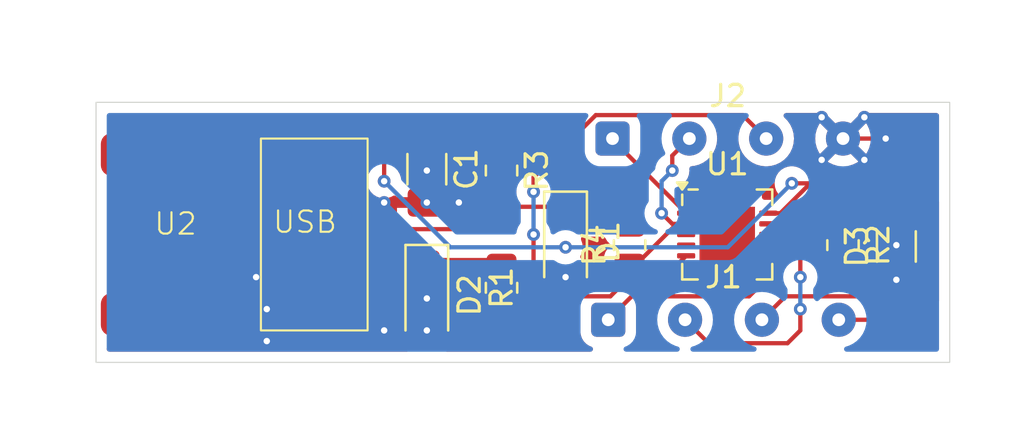
<source format=kicad_pcb>
(kicad_pcb (version 20240108) (generator "pcbnew") (generator_version "8.0")
  (layers (0 "F.Cu" signal) (31 "B.Cu" signal) (34 "B.Paste" user) (35 "F.Paste" user) (36 "B.SilkS" user "B.Silkscreen") (37 "F.SilkS" user "F.Silkscreen") (38 "B.Mask" user) (39 "F.Mask" user) (44 "Edge.Cuts" user))
  (net 0 "")
  (net 1 "GND")
  (net 2 "+5V")
  (net 3 "Net-(D1-K)")
  (net 4 "Net-(D2-K)")
  (net 5 "Net-(J2-Pin_3)")
  (net 6 "Net-(D3-A)")
  (net 7 "Net-(J1-Pin_2)")
  (net 8 "Net-(J2-Pin_2)")
  (net 14 "Net-(J2-Pin_1)")
  (net 15 "Net-(J1-Pin_3)")
  (net 22 "Net-(J1-Pin_1)")
  (footprint "Capacitor_SMD:C_1206_3216Metric_Pad1.33x1.80mm_HandSolder" (layer "F.Cu") (at 147 96.4375 -90)
    (property "Reference" "C1" (at 0 -1.85 90) (layer "F.SilkS"))
    (property "Value" "100n")
    (fp_line (start -0.711252 0.91) (end 0.711252 0.91) (stroke (width 0.12)) (layer "F.SilkS"))
    (fp_line (start -0.711252 -0.91) (end 0.711252 -0.91) (stroke (width 0.12)) (layer "F.SilkS"))
    (pad "1" smd roundrect (at -1.5625 0 270) (size 1.325 1.8) (layers "F.Cu" "F.Paste" "F.Mask") (roundrect_rratio 0.188679) (net 2 "+5V"))
    (pad "2" smd roundrect (at 1.5625 0 270) (size 1.325 1.8) (layers "F.Cu" "F.Paste" "F.Mask") (roundrect_rratio 0.188679) (net 1 "GND"))
  )
  (footprint "Resistor_SMD:R_0805_2012Metric_Pad1.20x1.40mm_HandSolder" (layer "F.Cu") (at 156.5 100 90)
    (property "Reference" "R4" (at 0 -1.65 90) (layer "F.SilkS"))
    (property "Value" "68R")
    (fp_line (start -0.227064 -0.735) (end 0.227064 -0.735) (stroke (width 0.12)) (layer "F.SilkS"))
    (fp_line (start -0.227064 0.735) (end 0.227064 0.735) (stroke (width 0.12)) (layer "F.SilkS"))
    (pad "1" smd roundrect (at -1 0 90) (size 1.2 1.4) (layers "F.Cu" "F.Paste" "F.Mask") (roundrect_rratio 0.208333) (net 8 "Net-(J2-Pin_2)"))
    (pad "2" smd roundrect (at 1 0 90) (size 1.2 1.4) (layers "F.Cu" "F.Paste" "F.Mask") (roundrect_rratio 0.208333) (net 3 "Net-(D1-K)"))
  )
  (footprint "Package_DFN_QFN:QFN-20-1EP_4x4mm_P0.5mm_EP2.6x2.6mm" (layer "F.Cu") (at 161.075 99.5)
    (property "Reference" "U1" (at 0 -3.3 0) (layer "F.SilkS"))
    (property "Value" "ATtiny85-20M")
    (fp_line (start -2.11 -1.385) (end -2.11 -1.87) (stroke (width 0.12)) (layer "F.SilkS"))
    (fp_line (start -2.11 2.11) (end -2.11 1.385) (stroke (width 0.12)) (layer "F.SilkS"))
    (fp_line (start -1.385 -2.11) (end -1.81 -2.11) (stroke (width 0.12)) (layer "F.SilkS"))
    (fp_line (start -1.385 2.11) (end -2.11 2.11) (stroke (width 0.12)) (layer "F.SilkS"))
    (fp_line (start 1.385 -2.11) (end 2.11 -2.11) (stroke (width 0.12)) (layer "F.SilkS"))
    (fp_line (start 1.385 2.11) (end 2.11 2.11) (stroke (width 0.12)) (layer "F.SilkS"))
    (fp_line (start 2.11 -2.11) (end 2.11 -1.385) (stroke (width 0.12)) (layer "F.SilkS"))
    (fp_line (start 2.11 2.11) (end 2.11 1.385) (stroke (width 0.12)) (layer "F.SilkS"))
    (fp_poly (pts (xy -2.11 -2.11) (xy -2.35 -2.44) (xy -1.87 -2.44) (xy -2.11 -2.11)) (stroke (width 0.12)) (fill solid) (layer "F.SilkS"))
    (pad "1" smd roundrect (at -1.925 -1) (size 0.85 0.25) (layers "F.Cu" "F.Paste" "F.Mask") (net 14 "Net-(J2-Pin_1)"))
    (pad "2" smd roundrect (at -1.925 -0.5) (size 0.85 0.25) (layers "F.Cu" "F.Paste" "F.Mask") (net 8 "Net-(J2-Pin_2)"))
    (pad "3" smd roundrect (at -1.925 0) (size 0.85 0.25) (layers "F.Cu" "F.Paste" "F.Mask"))
    (pad "4" smd roundrect (at -1.925 0.5) (size 0.85 0.25) (layers "F.Cu" "F.Paste" "F.Mask"))
    (pad "5" smd roundrect (at -1.925 1) (size 0.85 0.25) (layers "F.Cu" "F.Paste" "F.Mask") (net 5 "Net-(J2-Pin_3)"))
    (pad "6" smd roundrect (at -1 1.925) (size 0.25 0.85) (layers "F.Cu" "F.Paste" "F.Mask"))
    (pad "7" smd roundrect (at -0.5 1.925) (size 0.25 0.85) (layers "F.Cu" "F.Paste" "F.Mask"))
    (pad "8" smd roundrect (at 0 1.925) (size 0.25 0.85) (layers "F.Cu" "F.Paste" "F.Mask") (net 1 "GND"))
    (pad "9" smd roundrect (at 0.5 1.925) (size 0.25 0.85) (layers "F.Cu" "F.Paste" "F.Mask"))
    (pad "10" smd roundrect (at 1 1.925) (size 0.25 0.85) (layers "F.Cu" "F.Paste" "F.Mask"))
    (pad "11" smd roundrect (at 1.925 1) (size 0.85 0.25) (layers "F.Cu" "F.Paste" "F.Mask") (net 22 "Net-(J1-Pin_1)"))
    (pad "12" smd roundrect (at 1.925 0.5) (size 0.85 0.25) (layers "F.Cu" "F.Paste" "F.Mask") (net 7 "Net-(J1-Pin_2)"))
    (pad "13" smd roundrect (at 1.925 0) (size 0.85 0.25) (layers "F.Cu" "F.Paste" "F.Mask"))
    (pad "14" smd roundrect (at 1.925 -0.5) (size 0.85 0.25) (layers "F.Cu" "F.Paste" "F.Mask") (net 15 "Net-(J1-Pin_3)"))
    (pad "15" smd roundrect (at 1.925 -1) (size 0.85 0.25) (layers "F.Cu" "F.Paste" "F.Mask") (net 2 "+5V"))
    (pad "16" smd roundrect (at 1 -1.925) (size 0.25 0.85) (layers "F.Cu" "F.Paste" "F.Mask"))
    (pad "17" smd roundrect (at 0.5 -1.925) (size 0.25 0.85) (layers "F.Cu" "F.Paste" "F.Mask"))
    (pad "18" smd roundrect (at 0 -1.925) (size 0.25 0.85) (layers "F.Cu" "F.Paste" "F.Mask"))
    (pad "19" smd roundrect (at -0.5 -1.925) (size 0.25 0.85) (layers "F.Cu" "F.Paste" "F.Mask"))
    (pad "20" smd roundrect (at -1 -1.925) (size 0.25 0.85) (layers "F.Cu" "F.Paste" "F.Mask"))
    (pad "21" smd rect (at 0 0) (size 2.6 2.6) (property pad_prop_heatsink) (layers "F.Cu" "F.Mask") (net 1 "GND"))
  )
  (footprint "Resistor_SMD:R_0805_2012Metric_Pad1.20x1.40mm_HandSolder" (layer "F.Cu") (at 166.5 100 -90)
    (property "Reference" "R2" (at 0 -1.65 90) (layer "F.SilkS"))
    (property "Value" "330R")
    (fp_line (start -0.227064 0.735) (end 0.227064 0.735) (stroke (width 0.12)) (layer "F.SilkS"))
    (fp_line (start -0.227064 -0.735) (end 0.227064 -0.735) (stroke (width 0.12)) (layer "F.SilkS"))
    (pad "1" smd roundrect (at -1 0 270) (size 1.2 1.4) (layers "F.Cu" "F.Paste" "F.Mask") (roundrect_rratio 0.208333) (net 7 "Net-(J1-Pin_2)"))
    (pad "2" smd roundrect (at 1 0 270) (size 1.2 1.4) (layers "F.Cu" "F.Paste" "F.Mask") (roundrect_rratio 0.208333) (net 6 "Net-(D3-A)"))
  )
  (footprint "Connector_Wire:SolderWire-0.1sqmm_1x04_P3.6mm_D0.4mm_OD1mm" (layer "F.Cu") (at 155.7 95)
    (property "Reference" "J2" (at 5.4 -2 0) (layer "F.SilkS"))
    (property "Value" "Conn_01x04")
    (pad "1" thru_hole roundrect (at 0 0) (size 1.6 1.6) (drill 0.6) (layers "*.Cu" "*.Mask") (roundrect_rratio 0.15625) (net 14 "Net-(J2-Pin_1)"))
    (pad "2" thru_hole circle (at 3.6 0) (size 1.6 1.6) (drill 0.6) (layers "*.Cu" "*.Mask") (net 8 "Net-(J2-Pin_2)"))
    (pad "3" thru_hole circle (at 7.2 0) (size 1.6 1.6) (drill 0.6) (layers "*.Cu" "*.Mask") (net 5 "Net-(J2-Pin_3)"))
    (pad "4" thru_hole circle (at 10.8 0) (size 1.6 1.6) (drill 0.6) (layers "*.Cu" "*.Mask") (net 1 "GND"))
  )
  (footprint "Resistor_SMD:R_0805_2012Metric_Pad1.20x1.40mm_HandSolder" (layer "F.Cu") (at 150.5 102 90)
    (property "Reference" "R1" (at 0 0 90) (layer "F.SilkS"))
    (property "Value" "68R")
    (fp_line (start -0.227064 -0.735) (end 0.227064 -0.735) (stroke (width 0.12)) (layer "F.SilkS"))
    (fp_line (start -0.227064 0.735) (end 0.227064 0.735) (stroke (width 0.12)) (layer "F.SilkS"))
    (pad "1" smd roundrect (at -1 0 90) (size 1.2 1.4) (layers "F.Cu" "F.Paste" "F.Mask") (roundrect_rratio 0.208333) (net 5 "Net-(J2-Pin_3)"))
    (pad "2" smd roundrect (at 1 0 90) (size 1.2 1.4) (layers "F.Cu" "F.Paste" "F.Mask") (roundrect_rratio 0.208333) (net 4 "Net-(D2-K)"))
  )
  (footprint "Connector_Wire:SolderWire-0.1sqmm_1x04_P3.6mm_D0.4mm_OD1mm" (layer "F.Cu") (at 155.5 103.5)
    (property "Reference" "J1" (at 5.4 -2 360) (layer "F.SilkS"))
    (property "Value" "Conn_01x04")
    (pad "1" thru_hole roundrect (at 0 0) (size 1.6 1.6) (drill 0.6) (layers "*.Cu" "*.Mask") (roundrect_rratio 0.15625) (net 22 "Net-(J1-Pin_1)"))
    (pad "2" thru_hole circle (at 3.6 0) (size 1.6 1.6) (drill 0.6) (layers "*.Cu" "*.Mask") (net 7 "Net-(J1-Pin_2)"))
    (pad "3" thru_hole circle (at 7.2 0) (size 1.6 1.6) (drill 0.6) (layers "*.Cu" "*.Mask") (net 15 "Net-(J1-Pin_3)"))
    (pad "4" thru_hole circle (at 10.8 0) (size 1.6 1.6) (drill 0.6) (layers "*.Cu" "*.Mask") (net 2 "+5V"))
  )
  (footprint "custom_library:PCB_USB_connector" (layer "F.Cu") (at 135.225 99.5)
    (property "Reference" "U2" (at 0 -0.5 0) (layer "F.SilkS") (effects (font (thickness 0.1))))
    (property "Value" "~")
    (fp_rect (start 4 -4.5) (end 9 4.5) (stroke (width 0.1)) (fill none) (layer "F.SilkS"))
    (fp_text user "USB" (at 4.5 0 0) (layer "F.SilkS") (effects (font (thickness 0.1)) (justify left bottom)))
    (pad "1" smd roundrect (at 0 -3.75) (size 7 2) (layers "F.Cu" "F.Paste" "F.Mask") (net 2 "+5V"))
    (pad "2" smd roundrect (at 0 -1) (size 6 1.5) (layers "F.Cu" "F.Paste" "F.Mask") (net 3 "Net-(D1-K)"))
    (pad "3" smd roundrect (at 0 1) (size 6 1.5) (layers "F.Cu" "F.Paste" "F.Mask") (net 4 "Net-(D2-K)"))
    (pad "4" smd roundrect (at 0 3.75) (size 7 2) (layers "F.Cu" "F.Paste" "F.Mask") (net 1 "GND"))
  )
  (footprint "Resistor_SMD:R_0805_2012Metric_Pad1.20x1.40mm_HandSolder" (layer "F.Cu") (at 150.5 96.5 -90)
    (property "Reference" "R3" (at 0 -1.65 90) (layer "F.SilkS"))
    (property "Value" "1k5")
    (fp_line (start -0.227064 0.735) (end 0.227064 0.735) (stroke (width 0.12)) (layer "F.SilkS"))
    (fp_line (start -0.227064 -0.735) (end 0.227064 -0.735) (stroke (width 0.12)) (layer "F.SilkS"))
    (pad "1" smd roundrect (at -1 0 270) (size 1.2 1.4) (layers "F.Cu" "F.Paste" "F.Mask") (roundrect_rratio 0.208333) (net 2 "+5V"))
    (pad "2" smd roundrect (at 1 0 270) (size 1.2 1.4) (layers "F.Cu" "F.Paste" "F.Mask") (roundrect_rratio 0.208333) (net 3 "Net-(D1-K)"))
  )
  (footprint "Diode_SMD:D_SOD-123" (layer "F.Cu") (at 153.5 99.85 -90)
    (property "Reference" "D1" (at 0 -2 90) (layer "F.SilkS"))
    (property "Value" "3V6")
    (fp_line (start -2.36 1) (end 1.65 1) (stroke (width 0.12)) (layer "F.SilkS"))
    (fp_line (start -2.36 -1) (end -2.36 1) (stroke (width 0.12)) (layer "F.SilkS"))
    (fp_line (start -2.36 -1) (end 1.65 -1) (stroke (width 0.12)) (layer "F.SilkS"))
    (pad "1" smd roundrect (at -1.65 0 270) (size 0.9 1.2) (layers "F.Cu" "F.Paste" "F.Mask") (net 3 "Net-(D1-K)"))
    (pad "2" smd roundrect (at 1.65 0 270) (size 0.9 1.2) (layers "F.Cu" "F.Paste" "F.Mask") (net 1 "GND"))
  )
  (footprint "Diode_SMD:D_SOD-123" (layer "F.Cu") (at 147 102.35 -90)
    (property "Reference" "D2" (at 0 -2 90) (layer "F.SilkS"))
    (property "Value" "3V6")
    (fp_line (start -2.36 1) (end 1.65 1) (stroke (width 0.12)) (layer "F.SilkS"))
    (fp_line (start -2.36 -1) (end -2.36 1) (stroke (width 0.12)) (layer "F.SilkS"))
    (fp_line (start -2.36 -1) (end 1.65 -1) (stroke (width 0.12)) (layer "F.SilkS"))
    (pad "1" smd roundrect (at -1.65 0 270) (size 0.9 1.2) (layers "F.Cu" "F.Paste" "F.Mask") (net 4 "Net-(D2-K)"))
    (pad "2" smd roundrect (at 1.65 0 270) (size 0.9 1.2) (layers "F.Cu" "F.Paste" "F.Mask") (net 1 "GND"))
  )
  (footprint "Capacitor_SMD:C_1206_3216Metric_Pad1.33x1.80mm_HandSolder" (layer "F.Cu") (at 169 100.0625 90)
    (property "Reference" "D3" (at 0 -1.85 90) (layer "F.SilkS"))
    (property "Value" "LED")
    (fp_line (start -0.711252 -0.91) (end 0.711252 -0.91) (stroke (width 0.12)) (layer "F.SilkS"))
    (fp_line (start -0.711252 0.91) (end 0.711252 0.91) (stroke (width 0.12)) (layer "F.SilkS"))
    (pad "1" smd roundrect (at -1.5625 0 90) (size 1.325 1.8) (layers "F.Cu" "F.Paste" "F.Mask") (roundrect_rratio 0.188679) (net 1 "GND"))
    (pad "2" smd roundrect (at 1.5625 0 90) (size 1.325 1.8) (layers "F.Cu" "F.Paste" "F.Mask") (roundrect_rratio 0.188679) (net 6 "Net-(D3-A)"))
  )
  (gr_rect (start 131.5 93.3) (end 171.5 105.5) (stroke (width 0.05)) (fill none) (layer "Edge.Cuts"))
  (segment (start 166.5 95) (end 168.5 95) (width 0.2) (layer "F.Cu") (net 1))
  (via (at 145 104) (size 0.6) (drill 0.3) (layers "F.Cu" "B.Cu") (net 1))
  (via (at 165.5 94) (size 0.6) (drill 0.3) (layers "F.Cu" "B.Cu") (net 1))
  (via (at 145 98) (size 0.6) (drill 0.3) (layers "F.Cu" "B.Cu") (net 1))
  (via (at 165.5 96) (size 0.6) (drill 0.3) (layers "F.Cu" "B.Cu") (net 1))
  (via (at 147 102.5) (size 0.6) (drill 0.3) (layers "F.Cu" "B.Cu") (net 1))
  (via (at 139.5 103) (size 0.6) (drill 0.3) (layers "F.Cu" "B.Cu") (net 1))
  (via (at 169 101.625) (size 0.6) (drill 0.3) (layers "F.Cu" "B.Cu") (net 1))
  (via (at 169 100) (size 0.6) (drill 0.3) (layers "F.Cu" "B.Cu") (net 1))
  (via (at 147 98) (size 0.6) (drill 0.3) (layers "F.Cu" "B.Cu") (net 1))
  (via (at 147 96.5) (size 0.6) (drill 0.3) (layers "F.Cu" "B.Cu") (net 1))
  (via (at 167.5 94) (size 0.6) (drill 0.3) (layers "F.Cu" "B.Cu") (net 1))
  (via (at 153.5 101.5) (size 0.6) (drill 0.3) (layers "F.Cu" "B.Cu") (net 1))
  (via (at 147 104) (size 0.6) (drill 0.3) (layers "F.Cu" "B.Cu") (net 1))
  (via (at 168.5 95) (size 0.6) (drill 0.3) (layers "F.Cu" "B.Cu") (net 1))
  (via (at 139 101.5) (size 0.6) (drill 0.3) (layers "F.Cu" "B.Cu") (net 1))
  (via (at 167.5 96) (size 0.6) (drill 0.3) (layers "F.Cu" "B.Cu") (net 1))
  (via (at 148.5 98) (size 0.6) (drill 0.3) (layers "F.Cu" "B.Cu") (net 1))
  (via (at 139.5 104.5) (size 0.6) (drill 0.3) (layers "F.Cu" "B.Cu") (net 1))
  (segment (start 149 95.5) (end 150.5 95.5) (width 0.2) (layer "F.Cu") (net 2))
  (segment (start 164.965686 97.1) (end 164.1 97.1) (width 0.2) (layer "F.Cu") (net 2))
  (segment (start 145 95.75) (end 146.125 95.75) (width 0.2) (layer "F.Cu") (net 2))
  (segment (start 135.225 95.75) (end 145 95.75) (width 0.2) (layer "F.Cu") (net 2))
  (segment (start 147 94.875) (end 148.375 94.875) (width 0.2) (layer "F.Cu") (net 2))
  (segment (start 166.3 103.5) (end 170 103.5) (width 0.2) (layer "F.Cu") (net 2))
  (segment (start 170.9 97.98707) (end 170.01293 97.1) (width 0.2) (layer "F.Cu") (net 2))
  (segment (start 145 97) (end 145 95.75) (width 0.2) (layer "F.Cu") (net 2))
  (segment (start 170.01293 97.1) (end 164.965686 97.1) (width 0.2) (layer "F.Cu") (net 2))
  (segment (start 170.9 102.6) (end 170.9 97.98707) (width 0.2) (layer "F.Cu") (net 2))
  (segment (start 146.125 95.75) (end 147 94.875) (width 0.2) (layer "F.Cu") (net 2))
  (segment (start 148.375 94.875) (end 149 95.5) (width 0.2) (layer "F.Cu") (net 2))
  (segment (start 163.565686 98.5) (end 163 98.5) (width 0.2) (layer "F.Cu") (net 2))
  (segment (start 164.965686 97.1) (end 163.565686 98.5) (width 0.2) (layer "F.Cu") (net 2))
  (segment (start 170 103.5) (end 170.9 102.6) (width 0.2) (layer "F.Cu") (net 2))
  (via (at 153.5 100.1) (size 0.6) (drill 0.3) (layers "F.Cu" "B.Cu") (net 2))
  (via (at 164.1 97.1) (size 0.6) (drill 0.3) (layers "F.Cu" "B.Cu") (net 2))
  (via (at 145 97) (size 0.6) (drill 0.3) (layers "F.Cu" "B.Cu") (net 2))
  (segment (start 161.1 100.1) (end 153.5 100.1) (width 0.2) (layer "B.Cu") (net 2))
  (segment (start 164.1 97.1) (end 161.1 100.1) (width 0.2) (layer "B.Cu") (net 2))
  (segment (start 148.1 100.1) (end 145 97) (width 0.2) (layer "B.Cu") (net 2))
  (segment (start 153.5 100.1) (end 148.1 100.1) (width 0.2) (layer "B.Cu") (net 2))
  (segment (start 135.225 98.5) (end 135.975 99.25) (width 0.2) (layer "F.Cu") (net 3))
  (segment (start 153.5 98.2) (end 153.7 98.2) (width 0.2) (layer "F.Cu") (net 3))
  (segment (start 148.75 99.25) (end 150.5 97.5) (width 0.2) (layer "F.Cu") (net 3))
  (segment (start 154.5 99) (end 156.5 99) (width 0.2) (layer "F.Cu") (net 3))
  (segment (start 151.2 98.2) (end 150.5 97.5) (width 0.2) (layer "F.Cu") (net 3))
  (segment (start 153.7 98.2) (end 154.5 99) (width 0.2) (layer "F.Cu") (net 3))
  (segment (start 135.975 99.25) (end 148.75 99.25) (width 0.2) (layer "F.Cu") (net 3))
  (segment (start 153.5 98.2) (end 151.2 98.2) (width 0.2) (layer "F.Cu") (net 3))
  (segment (start 150.2 100.7) (end 150.5 101) (width 0.2) (layer "F.Cu") (net 4))
  (segment (start 147 100.7) (end 150.2 100.7) (width 0.2) (layer "F.Cu") (net 4))
  (segment (start 135.225 100.5) (end 146.8 100.5) (width 0.2) (layer "F.Cu") (net 4))
  (segment (start 146.8 100.5) (end 147 100.7) (width 0.2) (layer "F.Cu") (net 4))
  (segment (start 162.9 95) (end 161.8 93.9) (width 0.2) (layer "F.Cu") (net 5))
  (segment (start 162.9 95.1) (end 162.5 95.5) (width 0.2) (layer "F.Cu") (net 5))
  (segment (start 157.75 101.9) (end 159.15 100.5) (width 0.2) (layer "F.Cu") (net 5))
  (segment (start 155.6 102.4) (end 156.1 101.9) (width 0.2) (layer "F.Cu") (net 5))
  (segment (start 151.1 102.4) (end 155.6 102.4) (width 0.2) (layer "F.Cu") (net 5))
  (segment (start 152 101.5) (end 150.5 103) (width 0.2) (layer "F.Cu") (net 5))
  (segment (start 154.915256 93.9) (end 152 96.815256) (width 0.2) (layer "F.Cu") (net 5))
  (segment (start 150.5 103) (end 151.1 102.4) (width 0.2) (layer "F.Cu") (net 5))
  (segment (start 152 96.815256) (end 152 97.5) (width 0.2) (layer "F.Cu") (net 5))
  (segment (start 161.8 93.9) (end 154.915256 93.9) (width 0.2) (layer "F.Cu") (net 5))
  (segment (start 156.1 101.9) (end 157.75 101.9) (width 0.2) (layer "F.Cu") (net 5))
  (segment (start 152 99.5) (end 152 101.5) (width 0.2) (layer "F.Cu") (net 5))
  (segment (start 162.9 95) (end 162.9 95.1) (width 0.2) (layer "F.Cu") (net 5))
  (via (at 152 97.5) (size 0.6) (drill 0.3) (layers "F.Cu" "B.Cu") (net 5))
  (via (at 152 99.5) (size 0.6) (drill 0.3) (layers "F.Cu" "B.Cu") (net 5))
  (segment (start 152 97.5) (end 152 99.5) (width 0.2) (layer "B.Cu") (net 5))
  (segment (start 169 98.5) (end 166.5 101) (width 0.2) (layer "F.Cu") (net 6))
  (segment (start 166.5 99) (end 165.5 100) (width 0.2) (layer "F.Cu") (net 7))
  (segment (start 160.2 104.6) (end 163.9 104.6) (width 0.2) (layer "F.Cu") (net 7))
  (segment (start 159.1 103.5) (end 160.2 104.6) (width 0.2) (layer "F.Cu") (net 7))
  (segment (start 164.5 101.5) (end 164.5 100) (width 0.2) (layer "F.Cu") (net 7))
  (segment (start 163.9 104.6) (end 164.5 104) (width 0.2) (layer "F.Cu") (net 7))
  (segment (start 164.5 100) (end 163 100) (width 0.2) (layer "F.Cu") (net 7))
  (segment (start 164.5 104) (end 164.5 103) (width 0.2) (layer "F.Cu") (net 7))
  (segment (start 165.5 100) (end 164.5 100) (width 0.2) (layer "F.Cu") (net 7))
  (via (at 164.5 101.5) (size 0.6) (drill 0.3) (layers "F.Cu" "B.Cu") (net 7))
  (via (at 164.5 103) (size 0.6) (drill 0.3) (layers "F.Cu" "B.Cu") (net 7))
  (segment (start 164.5 103) (end 164.5 101.5) (width 0.2) (layer "B.Cu") (net 7))
  (segment (start 156.710614 101) (end 158.710614 99) (width 0.2) (layer "F.Cu") (net 8))
  (segment (start 158.5 99) (end 159.15 99) (width 0.2) (layer "F.Cu") (net 8))
  (segment (start 158.710614 99) (end 159.15 99) (width 0.2) (layer "F.Cu") (net 8))
  (segment (start 158 98.5) (end 158.5 99) (width 0.2) (layer "F.Cu") (net 8))
  (segment (start 156.5 101) (end 156.710614 101) (width 0.2) (layer "F.Cu") (net 8))
  (segment (start 159.3 95) (end 158.5 95.8) (width 0.2) (layer "F.Cu") (net 8))
  (segment (start 158.5 95.8) (end 158.5 96.5) (width 0.2) (layer "F.Cu") (net 8))
  (via (at 158 98.5) (size 0.6) (drill 0.3) (layers "F.Cu" "B.Cu") (net 8))
  (via (at 158.5 96.5) (size 0.6) (drill 0.3) (layers "F.Cu" "B.Cu") (net 8))
  (segment (start 158 97) (end 158 98.5) (width 0.2) (layer "B.Cu") (net 8))
  (segment (start 158.5 96.5) (end 158 97) (width 0.2) (layer "B.Cu") (net 8))
  (segment (start 155.7 95.05) (end 159.15 98.5) (width 0.2) (layer "F.Cu") (net 14))
  (segment (start 155.7 95) (end 155.7 95.05) (width 0.2) (layer "F.Cu") (net 14))
  (segment (start 162.7 103.5) (end 163.8 102.4) (width 0.2) (layer "F.Cu") (net 15))
  (segment (start 164 99) (end 163 99) (width 0.2) (layer "F.Cu") (net 15))
  (segment (start 170.5 102) (end 170.5 98.152756) (width 0.2) (layer "F.Cu") (net 15))
  (segment (start 169.9125 102.5875) (end 170.5 102) (width 0.2) (layer "F.Cu") (net 15))
  (segment (start 167.9 102.4) (end 168.0875 102.5875) (width 0.2) (layer "F.Cu") (net 15))
  (segment (start 165.5 97.5) (end 164 99) (width 0.2) (layer "F.Cu") (net 15))
  (segment (start 170.5 98.152756) (end 169.847244 97.5) (width 0.2) (layer "F.Cu") (net 15))
  (segment (start 163.8 102.4) (end 167.9 102.4) (width 0.2) (layer "F.Cu") (net 15))
  (segment (start 168.0875 102.5875) (end 169.9125 102.5875) (width 0.2) (layer "F.Cu") (net 15))
  (segment (start 169.847244 97.5) (end 165.5 97.5) (width 0.2) (layer "F.Cu") (net 15))
  (segment (start 155.5 103.5) (end 156.6 102.4) (width 0.2) (layer "F.Cu") (net 22))
  (segment (start 163 101.5) (end 163 100.5) (width 0.2) (layer "F.Cu") (net 22))
  (segment (start 156.6 102.4) (end 162.1 102.4) (width 0.2) (layer "F.Cu") (net 22))
  (segment (start 162.1 102.4) (end 163 101.5) (width 0.2) (layer "F.Cu") (net 22))
  (zone (net 1) (net_name "GND") (layers "F&B.Cu") (connect_pads (clearance 0.5)) (min_thickness 0.25) (fill yes (thermal_gap 0.5) (thermal_bridge_width 0.5))
    (polygon (pts (xy 129 88.5) (xy 175 88.5) (xy 174.5 109) (xy 127 109)))
  )
)
</source>
